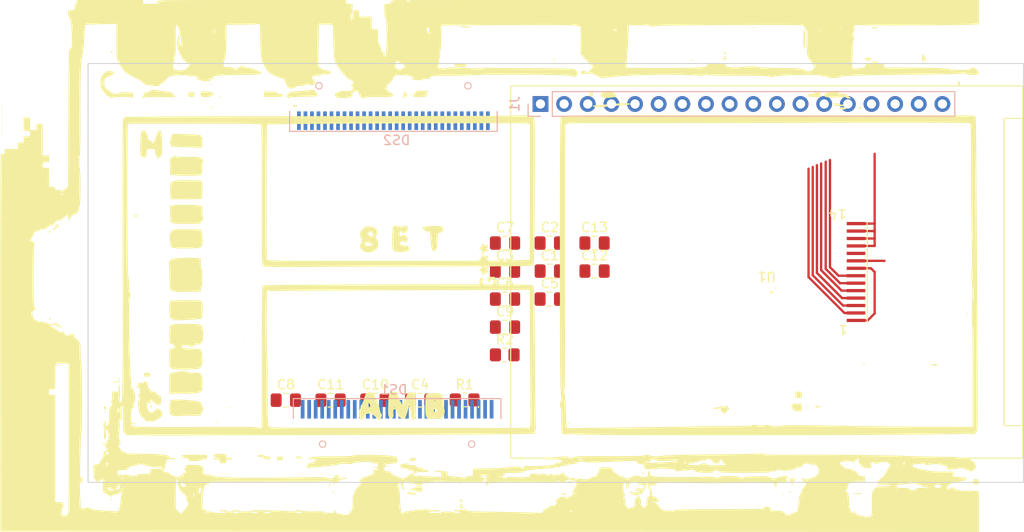
<source format=kicad_pcb>
(kicad_pcb (version 20211014) (generator pcbnew)
  (layers (0 "F.Cu" signal) (31 "B.Cu" signal) (34 "B.Paste" user) (35 "F.Paste" user) (36 "B.SilkS" user "B.Silkscreen") (37 "F.SilkS" user "F.Silkscreen") (38 "B.Mask" user) (39 "F.Mask" user) (44 "Edge.Cuts" user))
  (net 0 "")
  (net 1 "Net-(C1-Pad1)")
  (net 2 "Net-(C1-Pad2)")
  (net 3 "Net-(C2-Pad1)")
  (net 4 "Net-(C2-Pad2)")
  (net 5 "Net-(C3-Pad1)")
  (net 6 "+3V3")
  (net 7 "Net-(C7-Pad1)")
  (net 8 "Net-(C8-Pad1)")
  (net 9 "Net-(C8-Pad2)")
  (net 10 "Net-(C9-Pad1)")
  (net 11 "Net-(C9-Pad2)")
  (net 12 "Net-(C10-Pad1)")
  (net 13 "Net-(C13-Pad1)")
  (net 15 "/CS1")
  (net 16 "/RESET1")
  (net 17 "/D{slash}C")
  (net 18 "/SCK")
  (net 19 "/SDI")
  (net 21 "Net-(DS1-Pad26)")
  (net 24 "Net-(DS2-Pad26)")
  (net 25 "/CS3")
  (net 26 "/CS2")
  (net 27 "/RESET2")
  (net 28 "/SDO")
  (net 35 "GND")
  (net 36 "/RESET3")
  (footprint "Capacitor_SMD:C_0805_2012Metric_Pad1.18x1.45mm_HandSolder" (layer "F.Cu") (at 113.84 96.67)
    (fp_text reference "C8" (at 0 -1.68) (layer "F.SilkS"))
    (fp_text value "1u")
    (pad "1" smd roundrect locked (at -1.0375 0) (size 1.175 1.45) (layers "F.Cu" "F.Paste" "F.Mask") (roundrect_rratio 0.212766) (net 8 "Net-(C8-Pad1)"))
    (pad "2" smd roundrect locked (at 1.0375 0) (size 1.175 1.45) (layers "F.Cu" "F.Paste" "F.Mask") (roundrect_rratio 0.212766) (net 9 "Net-(C8-Pad2)"))
  )
  (footprint "LEDs:2.2_wvga_spi" (layer "F.Cu") (at 165.5 82.9 180)
    (fp_text reference "U1" (at 0 -0.5 180 unlocked) (layer "F.SilkS"))
    (fp_text value "2.2__WVGA_SPI_14pin")
    (fp_text user "14" (at -7.6 6.2 180 unlocked) (layer "F.SilkS"))
    (fp_text user "1" (at -8.2 -6.2 180 unlocked) (layer "F.SilkS"))
    (pad "1" smd rect (at -9.6 -5.2 180) (size 2 0.35) (layers "F.Cu" "F.Paste" "F.Mask") (net 35 "GND"))
    (pad "2" smd rect (at -9.6 -4.4 180) (size 2 0.35) (layers "F.Cu" "F.Paste" "F.Mask") (net 36 "/RESET3"))
    (pad "3" smd rect (at -9.6 -3.6 180) (size 2 0.35) (layers "F.Cu" "F.Paste" "F.Mask") (net 18 "/SCK"))
    (pad "4" smd rect (at -9.6 -2.8 180) (size 2 0.35) (layers "F.Cu" "F.Paste" "F.Mask") (net 17 "/D{slash}C"))
    (pad "5" smd rect (at -9.6 -2 180) (size 2 0.35) (layers "F.Cu" "F.Paste" "F.Mask") (net 25 "/CS3"))
    (pad "6" smd rect (at -9.6 -1.2 180) (size 2 0.35) (layers "F.Cu" "F.Paste" "F.Mask") (net 19 "/SDI"))
    (pad "7" smd rect (at -9.6 -0.4 180) (size 2 0.35) (layers "F.Cu" "F.Paste" "F.Mask") (net 28 "/SDO"))
    (pad "8" smd rect (at -9.6 0.4 180) (size 2 0.35) (layers "F.Cu" "F.Paste" "F.Mask") (net 35 "GND"))
    (pad "9" smd rect (at -9.6 1.2 180) (size 2 0.35) (layers "F.Cu" "F.Paste" "F.Mask") (net 6 "+3V3"))
    (pad "10" smd rect (at -9.6 2 180) (size 2 0.35) (layers "F.Cu" "F.Paste" "F.Mask"))
    (pad "11" smd rect (at -9.6 2.8 180) (size 2 0.35) (layers "F.Cu" "F.Paste" "F.Mask") (net 35 "GND"))
    (pad "12" smd rect (at -9.6 3.6 180) (size 2 0.35) (layers "F.Cu" "F.Paste" "F.Mask") (net 35 "GND"))
    (pad "13" smd rect (at -9.6 4.4 180) (size 2 0.35) (layers "F.Cu" "F.Paste" "F.Mask") (net 35 "GND"))
    (pad "14" smd rect (at -9.6 5.2 180) (size 2 0.35) (layers "F.Cu" "F.Paste" "F.Mask") (net 35 "GND"))
  )
  (footprint "Capacitor_SMD:C_0805_2012Metric_Pad1.18x1.45mm_HandSolder" (layer "F.Cu") (at 147.01 79.79)
    (fp_text reference "C13" (at 0 -1.68) (layer "F.SilkS"))
    (fp_text value "2.2u")
    (pad "1" smd roundrect locked (at -1.0375 0) (size 1.175 1.45) (layers "F.Cu" "F.Paste" "F.Mask") (roundrect_rratio 0.212766) (net 13 "Net-(C13-Pad1)"))
    (pad "2" smd roundrect locked (at 1.0375 0) (size 1.175 1.45) (layers "F.Cu" "F.Paste" "F.Mask") (roundrect_rratio 0.212766) (net 35 "GND"))
  )
  (footprint "Capacitor_SMD:C_0805_2012Metric_Pad1.18x1.45mm_HandSolder" (layer "F.Cu") (at 137.39 79.79)
    (fp_text reference "C7" (at 0 -1.68) (layer "F.SilkS"))
    (fp_text value "2.2u")
    (pad "1" smd roundrect locked (at -1.0375 0) (size 1.175 1.45) (layers "F.Cu" "F.Paste" "F.Mask") (roundrect_rratio 0.212766) (net 7 "Net-(C7-Pad1)"))
    (pad "2" smd roundrect locked (at 1.0375 0) (size 1.175 1.45) (layers "F.Cu" "F.Paste" "F.Mask") (roundrect_rratio 0.212766) (net 35 "GND"))
  )
  (footprint "Capacitor_SMD:C_0805_2012Metric_Pad1.18x1.45mm_HandSolder" (layer "F.Cu") (at 118.65 96.67)
    (fp_text reference "C11" (at 0 -1.68) (layer "F.SilkS"))
    (fp_text value "1u")
    (pad "1" smd roundrect locked (at -1.0375 0) (size 1.175 1.45) (layers "F.Cu" "F.Paste" "F.Mask") (roundrect_rratio 0.212766) (net 6 "+3V3"))
    (pad "2" smd roundrect locked (at 1.0375 0) (size 1.175 1.45) (layers "F.Cu" "F.Paste" "F.Mask") (roundrect_rratio 0.212766) (net 35 "GND"))
  )
  (footprint "Capacitor_SMD:C_0805_2012Metric_Pad1.18x1.45mm_HandSolder" (layer "F.Cu") (at 123.46 96.67)
    (fp_text reference "C10" (at 0 -1.68) (layer "F.SilkS"))
    (fp_text value "4.7u")
    (pad "1" smd roundrect locked (at -1.0375 0) (size 1.175 1.45) (layers "F.Cu" "F.Paste" "F.Mask") (roundrect_rratio 0.212766) (net 12 "Net-(C10-Pad1)"))
    (pad "2" smd roundrect locked (at 1.0375 0) (size 1.175 1.45) (layers "F.Cu" "F.Paste" "F.Mask") (roundrect_rratio 0.212766) (net 35 "GND"))
  )
  (footprint "Resistor_SMD:R_0805_2012Metric_Pad1.20x1.40mm_HandSolder" (layer "F.Cu") (at 137.36 91.8)
    (fp_text reference "R2" (at 0 -1.65) (layer "F.SilkS"))
    (fp_text value "390k")
    (pad "1" smd roundrect locked (at -1 0) (size 1.2 1.4) (layers "F.Cu" "F.Paste" "F.Mask") (roundrect_rratio 0.208333) (net 24 "Net-(DS2-Pad26)"))
    (pad "2" smd roundrect locked (at 1 0) (size 1.2 1.4) (layers "F.Cu" "F.Paste" "F.Mask") (roundrect_rratio 0.208333) (net 35 "GND"))
  )
  (footprint "Capacitor_SMD:C_0805_2012Metric_Pad1.18x1.45mm_HandSolder" (layer "F.Cu") (at 142.2 79.79)
    (fp_text reference "C2" (at 0 -1.68) (layer "F.SilkS"))
    (fp_text value "1u")
    (pad "1" smd roundrect locked (at -1.0375 0) (size 1.175 1.45) (layers "F.Cu" "F.Paste" "F.Mask") (roundrect_rratio 0.212766) (net 3 "Net-(C2-Pad1)"))
    (pad "2" smd roundrect locked (at 1.0375 0) (size 1.175 1.45) (layers "F.Cu" "F.Paste" "F.Mask") (roundrect_rratio 0.212766) (net 4 "Net-(C2-Pad2)"))
  )
  (footprint "Capacitor_SMD:C_0805_2012Metric_Pad1.18x1.45mm_HandSolder" (layer "F.Cu") (at 137.39 82.8)
    (fp_text reference "C3" (at 0 -1.68) (layer "F.SilkS"))
    (fp_text value "4.7u")
    (pad "1" smd roundrect locked (at -1.0375 0) (size 1.175 1.45) (layers "F.Cu" "F.Paste" "F.Mask") (roundrect_rratio 0.212766) (net 5 "Net-(C3-Pad1)"))
    (pad "2" smd roundrect locked (at 1.0375 0) (size 1.175 1.45) (layers "F.Cu" "F.Paste" "F.Mask") (roundrect_rratio 0.212766) (net 35 "GND"))
  )
  (footprint "Resistor_SMD:R_0805_2012Metric_Pad1.20x1.40mm_HandSolder" (layer "F.Cu") (at 133.05 96.64)
    (fp_text reference "R1" (at 0 -1.65) (layer "F.SilkS"))
    (fp_text value "390k")
    (pad "1" smd roundrect locked (at -1 0) (size 1.2 1.4) (layers "F.Cu" "F.Paste" "F.Mask") (roundrect_rratio 0.208333) (net 21 "Net-(DS1-Pad26)"))
    (pad "2" smd roundrect locked (at 1 0) (size 1.2 1.4) (layers "F.Cu" "F.Paste" "F.Mask") (roundrect_rratio 0.208333) (net 35 "GND"))
  )
  (footprint "Capacitor_SMD:C_0805_2012Metric_Pad1.18x1.45mm_HandSolder" (layer "F.Cu") (at 147.01 82.8)
    (fp_text reference "C12" (at 0 -1.68) (layer "F.SilkS"))
    (fp_text value "1u")
    (pad "1" smd roundrect locked (at -1.0375 0) (size 1.175 1.45) (layers "F.Cu" "F.Paste" "F.Mask") (roundrect_rratio 0.212766) (net 6 "+3V3"))
    (pad "2" smd roundrect locked (at 1.0375 0) (size 1.175 1.45) (layers "F.Cu" "F.Paste" "F.Mask") (roundrect_rratio 0.212766) (net 35 "GND"))
  )
  (footprint "Capacitor_SMD:C_0805_2012Metric_Pad1.18x1.45mm_HandSolder" (layer "F.Cu") (at 137.39 85.81)
    (fp_text reference "C6" (at 0 -1.68) (layer "F.SilkS"))
    (fp_text value "1u")
    (pad "1" smd roundrect locked (at -1.0375 0) (size 1.175 1.45) (layers "F.Cu" "F.Paste" "F.Mask") (roundrect_rratio 0.212766) (net 6 "+3V3"))
    (pad "2" smd roundrect locked (at 1.0375 0) (size 1.175 1.45) (layers "F.Cu" "F.Paste" "F.Mask") (roundrect_rratio 0.212766) (net 35 "GND"))
  )
  (footprint "Personal:hvac overlay" (layer "F.Cu") (at 135.636 82.296 -90)
    (fp_text reference "G***" (at 0 0 90) (layer "F.SilkS") (effects (font (size 1.524 1.524) (thickness 0.3))))
    (fp_text value "LOGO" hide)
  )
  (footprint "Capacitor_SMD:C_0805_2012Metric_Pad1.18x1.45mm_HandSolder" (layer "F.Cu") (at 128.27 96.67)
    (fp_text reference "C4" (at 0 -1.68) (layer "F.SilkS"))
    (fp_text value "100n")
    (pad "1" smd roundrect locked (at -1.0375 0) (size 1.175 1.45) (layers "F.Cu" "F.Paste" "F.Mask") (roundrect_rratio 0.212766) (net 6 "+3V3"))
    (pad "2" smd roundrect locked (at 1.0375 0) (size 1.175 1.45) (layers "F.Cu" "F.Paste" "F.Mask") (roundrect_rratio 0.212766) (net 35 "GND"))
  )
  (footprint "Capacitor_SMD:C_0805_2012Metric_Pad1.18x1.45mm_HandSolder" (layer "F.Cu") (at 137.39 88.82)
    (fp_text reference "C9" (at 0 -1.68) (layer "F.SilkS"))
    (fp_text value "1u")
    (pad "1" smd roundrect locked (at -1.0375 0) (size 1.175 1.45) (layers "F.Cu" "F.Paste" "F.Mask") (roundrect_rratio 0.212766) (net 10 "Net-(C9-Pad1)"))
    (pad "2" smd roundrect locked (at 1.0375 0) (size 1.175 1.45) (layers "F.Cu" "F.Paste" "F.Mask") (roundrect_rratio 0.212766) (net 11 "Net-(C9-Pad2)"))
  )
  (footprint "Capacitor_SMD:C_0805_2012Metric_Pad1.18x1.45mm_HandSolder" (layer "F.Cu") (at 142.2 82.8)
    (fp_text reference "C1" (at 0 -1.68) (layer "F.SilkS"))
    (fp_text value "1u")
    (pad "1" smd roundrect locked (at -1.0375 0) (size 1.175 1.45) (layers "F.Cu" "F.Paste" "F.Mask") (roundrect_rratio 0.212766) (net 1 "Net-(C1-Pad1)"))
    (pad "2" smd roundrect locked (at 1.0375 0) (size 1.175 1.45) (layers "F.Cu" "F.Paste" "F.Mask") (roundrect_rratio 0.212766) (net 2 "Net-(C1-Pad2)"))
  )
  (footprint "Capacitor_SMD:C_0805_2012Metric_Pad1.18x1.45mm_HandSolder" (layer "F.Cu") (at 142.2 85.81)
    (fp_text reference "C5" (at 0 -1.68) (layer "F.SilkS"))
    (fp_text value "1u")
    (pad "1" smd roundrect locked (at -1.0375 0) (size 1.175 1.45) (layers "F.Cu" "F.Paste" "F.Mask") (roundrect_rratio 0.212766) (net 6 "+3V3"))
    (pad "2" smd roundrect locked (at 1.0375 0) (size 1.175 1.45) (layers "F.Cu" "F.Paste" "F.Mask") (roundrect_rratio 0.212766) (net 35 "GND"))
  )
  (footprint "Display:OLED-128O064D" (layer "B.Cu") (at 125.8 97.645)
    (fp_text reference "DS1" (at -0.35 -2.1) (layer "B.SilkS") (effects (justify mirror)))
    (fp_text value "OLED-128O064D")
    (pad "1" smd rect locked (at -10.15 0) (size 0.4 2) (layers "B.Cu" "B.Paste" "B.Mask") (net 35 "GND"))
    (pad "2" smd rect locked (at -9.45 0) (size 0.4 2) (layers "B.Cu" "B.Paste" "B.Mask") (net 1 "Net-(C1-Pad1)"))
    (pad "3" smd rect locked (at -8.75 0) (size 0.4 2) (layers "B.Cu" "B.Paste" "B.Mask") (net 2 "Net-(C1-Pad2)"))
    (pad "4" smd rect locked (at -8.05 0) (size 0.4 2) (layers "B.Cu" "B.Paste" "B.Mask") (net 3 "Net-(C2-Pad1)"))
    (pad "5" smd rect locked (at -7.35 0) (size 0.4 2) (layers "B.Cu" "B.Paste" "B.Mask") (net 4 "Net-(C2-Pad2)"))
    (pad "6" smd rect locked (at -6.65 0) (size 0.4 2) (layers "B.Cu" "B.Paste" "B.Mask") (net 6 "+3V3"))
    (pad "7" smd rect locked (at -5.95 0) (size 0.4 2) (layers "B.Cu" "B.Paste" "B.Mask"))
    (pad "8" smd rect locked (at -5.25 0) (size 0.4 2) (layers "B.Cu" "B.Paste" "B.Mask") (net 35 "GND"))
    (pad "9" smd rect locked (at -4.55 0) (size 0.4 2) (layers "B.Cu" "B.Paste" "B.Mask") (net 6 "+3V3"))
    (pad "10" smd rect locked (at -3.85 0) (size 0.4 2) (layers "B.Cu" "B.Paste" "B.Mask") (net 35 "GND"))
    (pad "11" smd rect locked (at -3.15 0) (size 0.4 2) (layers "B.Cu" "B.Paste" "B.Mask") (net 35 "GND"))
    (pad "12" smd rect locked (at -2.45 0) (size 0.4 2) (layers "B.Cu" "B.Paste" "B.Mask") (net 35 "GND"))
    (pad "13" smd rect locked (at -1.75 0) (size 0.4 2) (layers "B.Cu" "B.Paste" "B.Mask") (net 15 "/CS1"))
    (pad "14" smd rect locked (at -1.05 0) (size 0.4 2) (layers "B.Cu" "B.Paste" "B.Mask") (net 16 "/RESET1"))
    (pad "15" smd rect locked (at -0.35 0) (size 0.4 2) (layers "B.Cu" "B.Paste" "B.Mask") (net 17 "/D{slash}C"))
    (pad "16" smd rect locked (at 0.35 0) (size 0.4 2) (layers "B.Cu" "B.Paste" "B.Mask") (net 35 "GND"))
    (pad "17" smd rect locked (at 1.05 0) (size 0.4 2) (layers "B.Cu" "B.Paste" "B.Mask") (net 35 "GND"))
    (pad "18" smd rect locked (at 1.75 0) (size 0.4 2) (layers "B.Cu" "B.Paste" "B.Mask") (net 18 "/SCK"))
    (pad "19" smd rect locked (at 2.45 0) (size 0.4 2) (layers "B.Cu" "B.Paste" "B.Mask") (net 19 "/SDI"))
    (pad "20" smd rect locked (at 3.15 0) (size 0.4 2) (layers "B.Cu" "B.Paste" "B.Mask"))
    (pad "21" smd rect locked (at 3.85 0) (size 0.4 2) (layers "B.Cu" "B.Paste" "B.Mask") (net 35 "GND"))
    (pad "22" smd rect locked (at 4.55 0) (size 0.4 2) (layers "B.Cu" "B.Paste" "B.Mask") (net 35 "GND"))
    (pad "23" smd rect locked (at 5.25 0) (size 0.4 2) (layers "B.Cu" "B.Paste" "B.Mask") (net 35 "GND"))
    (pad "24" smd rect locked (at 5.95 0) (size 0.4 2) (layers "B.Cu" "B.Paste" "B.Mask") (net 35 "GND"))
    (pad "25" smd rect locked (at 6.65 0) (size 0.4 2) (layers "B.Cu" "B.Paste" "B.Mask") (net 35 "GND"))
    (pad "26" smd rect locked (at 7.35 0) (size 0.4 2) (layers "B.Cu" "B.Paste" "B.Mask") (net 21 "Net-(DS1-Pad26)"))
    (pad "27" smd rect locked (at 8.05 0) (size 0.4 2) (layers "B.Cu" "B.Paste" "B.Mask") (net 5 "Net-(C3-Pad1)"))
    (pad "28" smd rect locked (at 8.75 0) (size 0.4 2) (layers "B.Cu" "B.Paste" "B.Mask") (net 7 "Net-(C7-Pad1)"))
    (pad "29" smd rect locked (at 9.45 0) (size 0.4 2) (layers "B.Cu" "B.Paste" "B.Mask") (net 35 "GND"))
    (pad "30" smd rect locked (at 10.15 0) (size 0.4 2) (layers "B.Cu" "B.Paste" "B.Mask") (net 35 "GND"))
  )
  (footprint "Connector_PinSocket_2.54mm:PinSocket_1x18_P2.54mm_Vertical" (layer "B.Cu") (at 141.2 64.85 -90)
    (fp_text reference "J1" (at 0 2.77 90) (layer "B.SilkS") (effects (justify mirror)))
    (fp_text value "Conn_01x18")
    (pad "1" thru_hole rect locked (at 0 0 270) (size 1.7 1.7) (drill 1) (layers *.Cu *.Mask) (net 35 "GND"))
    (pad "2" thru_hole oval locked (at 0 -2.54 270) (size 1.7 1.7) (drill 1) (layers *.Cu *.Mask) (net 6 "+3V3"))
    (pad "3" thru_hole oval locked (at 0 -5.08 270) (size 1.7 1.7) (drill 1) (layers *.Cu *.Mask) (net 18 "/SCK"))
    (pad "4" thru_hole oval locked (at 0 -7.62 270) (size 1.7 1.7) (drill 1) (layers *.Cu *.Mask) (net 19 "/SDI"))
    (pad "5" thru_hole oval locked (at 0 -10.16 270) (size 1.7 1.7) (drill 1) (layers *.Cu *.Mask) (net 28 "/SDO"))
    (pad "6" thru_hole oval locked (at 0 -12.7 270) (size 1.7 1.7) (drill 1) (layers *.Cu *.Mask) (net 17 "/D{slash}C"))
    (pad "7" thru_hole oval locked (at 0 -15.24 270) (size 1.7 1.7) (drill 1) (layers *.Cu *.Mask))
    (pad "8" thru_hole oval locked (at 0 -17.78 270) (size 1.7 1.7) (drill 1) (layers *.Cu *.Mask) (net 25 "/CS3"))
    (pad "9" thru_hole oval locked (at 0 -20.32 270) (size 1.7 1.7) (drill 1) (layers *.Cu *.Mask) (net 26 "/CS2"))
    (pad "10" thru_hole oval locked (at 0 -22.86 270) (size 1.7 1.7) (drill 1) (layers *.Cu *.Mask) (net 15 "/CS1"))
    (pad "11" thru_hole oval locked (at 0 -25.4 270) (size 1.7 1.7) (drill 1) (layers *.Cu *.Mask) (net 36 "/RESET3"))
    (pad "12" thru_hole oval locked (at 0 -27.94 270) (size 1.7 1.7) (drill 1) (layers *.Cu *.Mask) (net 27 "/RESET2"))
    (pad "13" thru_hole oval locked (at 0 -30.48 270) (size 1.7 1.7) (drill 1) (layers *.Cu *.Mask) (net 16 "/RESET1"))
    (pad "14" thru_hole oval locked (at 0 -33.02 270) (size 1.7 1.7) (drill 1) (layers *.Cu *.Mask))
    (pad "15" thru_hole oval locked (at 0 -35.56 270) (size 1.7 1.7) (drill 1) (layers *.Cu *.Mask))
    (pad "16" thru_hole oval locked (at 0 -38.1 270) (size 1.7 1.7) (drill 1) (layers *.Cu *.Mask))
    (pad "17" thru_hole oval locked (at 0 -40.64 270) (size 1.7 1.7) (drill 1) (layers *.Cu *.Mask))
    (pad "18" thru_hole oval locked (at 0 -43.18 270) (size 1.7 1.7) (drill 1) (layers *.Cu *.Mask) (net 35 "GND"))
  )
  (footprint "Display:OLED-128O064D" (layer "B.Cu") (at 125.4 66.645 180)
    (fp_text reference "DS2" (at -0.35 -2.1) (layer "B.SilkS") (effects (justify mirror)))
    (fp_text value "OLED-128O064D")
    (pad "1" smd rect locked (at -10.15 0 180) (size 0.4 2) (layers "B.Cu" "B.Paste" "B.Mask") (net 35 "GND"))
    (pad "2" smd rect locked (at -9.45 0 180) (size 0.4 2) (layers "B.Cu" "B.Paste" "B.Mask") (net 8 "Net-(C8-Pad1)"))
    (pad "3" smd rect locked (at -8.75 0 180) (size 0.4 2) (layers "B.Cu" "B.Paste" "B.Mask") (net 9 "Net-(C8-Pad2)"))
    (pad "4" smd rect locked (at -8.05 0 180) (size 0.4 2) (layers "B.Cu" "B.Paste" "B.Mask") (net 10 "Net-(C9-Pad1)"))
    (pad "5" smd rect locked (at -7.35 0 180) (size 0.4 2) (layers "B.Cu" "B.Paste" "B.Mask") (net 11 "Net-(C9-Pad2)"))
    (pad "6" smd rect locked (at -6.65 0 180) (size 0.4 2) (layers "B.Cu" "B.Paste" "B.Mask") (net 6 "+3V3"))
    (pad "7" smd rect locked (at -5.95 0 180) (size 0.4 2) (layers "B.Cu" "B.Paste" "B.Mask"))
    (pad "8" smd rect locked (at -5.25 0 180) (size 0.4 2) (layers "B.Cu" "B.Paste" "B.Mask") (net 35 "GND"))
    (pad "9" smd rect locked (at -4.55 0 180) (size 0.4 2) (layers "B.Cu" "B.Paste" "B.Mask") (net 6 "+3V3"))
    (pad "10" smd rect locked (at -3.85 0 180) (size 0.4 2) (layers "B.Cu" "B.Paste" "B.Mask") (net 35 "GND"))
    (pad "11" smd rect locked (at -3.15 0 180) (size 0.4 2) (layers "B.Cu" "B.Paste" "B.Mask") (net 35 "GND"))
    (pad "12" smd rect locked (at -2.45 0 180) (size 0.4 2) (layers "B.Cu" "B.Paste" "B.Mask") (net 35 "GND"))
    (pad "13" smd rect locked (at -1.75 0 180) (size 0.4 2) (layers "B.Cu" "B.Paste" "B.Mask") (net 26 "/CS2"))
    (pad "14" smd rect locked (at -1.05 0 180) (size 0.4 2) (layers "B.Cu" "B.Paste" "B.Mask") (net 27 "/RESET2"))
    (pad "15" smd rect locked (at -0.35 0 180) (size 0.4 2) (layers "B.Cu" "B.Paste" "B.Mask") (net 17 "/D{slash}C"))
    (pad "16" smd rect locked (at 0.35 0 180) (size 0.4 2) (layers "B.Cu" "B.Paste" "B.Mask") (net 35 "GND"))
    (pad "17" smd rect locked (at 1.05 0 180) (size 0.4 2) (layers "B.Cu" "B.Paste" "B.Mask") (net 35 "GND"))
    (pad "18" smd rect locked (at 1.75 0 180) (size 0.4 2) (layers "B.Cu" "B.Paste" "B.Mask") (net 18 "/SCK"))
    (pad "19" smd rect locked (at 2.45 0 180) (size 0.4 2) (layers "B.Cu" "B.Paste" "B.Mask") (net 19 "/SDI"))
    (pad "20" smd rect locked (at 3.15 0 180) (size 0.4 2) (layers "B.Cu" "B.Paste" "B.Mask"))
    (pad "21" smd rect locked (at 3.85 0 180) (size 0.4 2) (layers "B.Cu" "B.Paste" "B.Mask") (net 35 "GND"))
    (pad "22" smd rect locked (at 4.55 0 180) (size 0.4 2) (layers "B.Cu" "B.Paste" "B.Mask") (net 35 "GND"))
    (pad "23" smd rect locked (at 5.25 0 180) (size 0.4 2) (layers "B.Cu" "B.Paste" "B.Mask") (net 35 "GND"))
    (pad "24" smd rect locked (at 5.95 0 180) (size 0.4 2) (layers "B.Cu" "B.Paste" "B.Mask") (net 35 "GND"))
    (pad "25" smd rect locked (at 6.65 0 180) (size 0.4 2) (layers "B.Cu" "B.Paste" "B.Mask") (net 35 "GND"))
    (pad "26" smd rect locked (at 7.35 0 180) (size 0.4 2) (layers "B.Cu" "B.Paste" "B.Mask") (net 24 "Net-(DS2-Pad26)"))
    (pad "27" smd rect locked (at 8.05 0 180) (size 0.4 2) (layers "B.Cu" "B.Paste" "B.Mask") (net 12 "Net-(C10-Pad1)"))
    (pad "28" smd rect locked (at 8.75 0 180) (size 0.4 2) (layers "B.Cu" "B.Paste" "B.Mask") (net 13 "Net-(C13-Pad1)"))
    (pad "29" smd rect locked (at 9.45 0 180) (size 0.4 2) (layers "B.Cu" "B.Paste" "B.Mask") (net 35 "GND"))
    (pad "30" smd rect locked (at 10.15 0 180) (size 0.4 2) (layers "B.Cu" "B.Paste" "B.Mask") (net 35 "GND"))
  )
  (gr_rect (start 92.6 60.5) (end 193.1 105.5) (layer "Edge.Cuts") (width 0.1) (fill none))
  (segment (start 175.1 81.7) (end 178.1625 81.7) (width 0.25) (layer "F.Cu") (net 6))
  (segment (start 170.89904 82.99904) (end 170.89904 71.427604) (width 0.25) (layer "F.Cu") (net 17))
  (segment (start 175.1 85.7) (end 173.6 85.7) (width 0.25) (layer "F.Cu") (net 17))
  (segment (start 173.6 85.7) (end 170.89904 82.99904) (width 0.25) (layer "F.Cu") (net 17))
  (segment (start 170.44952 71.613803) (end 170.44952 83.24952) (width 0.25) (layer "F.Cu") (net 18))
  (segment (start 173.7 86.5) (end 175.1 86.5) (width 0.25) (layer "F.Cu") (net 18))
  (segment (start 170.44952 83.24952) (end 173.7 86.5) (width 0.25) (layer "F.Cu") (net 18))
  (segment (start 171.842139 82.557861) (end 173.384278 84.1) (width 0.25) (layer "F.Cu") (net 19))
  (segment (start 171.842139 71.042139) (end 171.842139 82.557861) (width 0.25) (layer "F.Cu") (net 19))
  (segment (start 173.384278 84.1) (end 175.1 84.1) (width 0.25) (layer "F.Cu") (net 19))
  (segment (start 173.54856 84.9) (end 175.1 84.9) (width 0.25) (layer "F.Cu") (net 25))
  (segment (start 171.34856 82.7) (end 173.54856 84.9) (width 0.25) (layer "F.Cu") (net 25))
  (segment (start 171.34856 71.241407) (end 171.34856 82.7) (width 0.25) (layer "F.Cu") (net 25))
  (segment (start 172.3 82.380004) (end 173.219996 83.3) (width 0.25) (layer "F.Cu") (net 28))
  (segment (start 172.3 70.864282) (end 172.3 82.380004) (width 0.25) (layer "F.Cu") (net 28))
  (segment (start 173.219996 83.3) (end 175.1 83.3) (width 0.25) (layer "F.Cu") (net 28))
  (segment (start 175.1 79.3) (end 177.1 79.3) (width 0.25) (layer "F.Cu") (net 35))
  (segment (start 177.1 87.35) (end 177.1 82.9) (width 0.25) (layer "F.Cu") (net 35))
  (segment (start 175.1 80.1) (end 177.1 80.1) (width 0.25) (layer "F.Cu") (net 35))
  (segment (start 177.1 78.3) (end 177.1 78.6) (width 0.25) (layer "F.Cu") (net 35))
  (segment (start 177.1 70.2) (end 177.1 77.7) (width 0.25) (layer "F.Cu") (net 35))
  (segment (start 175.1 78.5) (end 177 78.5) (width 0.25) (layer "F.Cu") (net 35))
  (segment (start 177.1 79.3) (end 177.1 80.1) (width 0.25) (layer "F.Cu") (net 35))
  (segment (start 175.1 77.7) (end 177.1 77.7) (width 0.25) (layer "F.Cu") (net 35))
  (segment (start 175.1 82.5) (end 176.7 82.5) (width 0.25) (layer "F.Cu") (net 35))
  (segment (start 177.1 77.7) (end 177.1 78.3) (width 0.25) (layer "F.Cu") (net 35))
  (segment (start 176.7 82.5) (end 177.1 82.9) (width 0.25) (layer "F.Cu") (net 35))
  (segment (start 177.1 78.6) (end 177.1 79.3) (width 0.25) (layer "F.Cu") (net 35))
  (segment (start 177 78.5) (end 177.1 78.6) (width 0.25) (layer "F.Cu") (net 35))
  (segment (start 176.35 88.1) (end 177.1 87.35) (width 0.25) (layer "F.Cu") (net 35))
  (segment (start 175.1 77.7) (end 176.5 77.7) (width 0.25) (layer "F.Cu") (net 35))
  (segment (start 175.1 88.1) (end 176.35 88.1) (width 0.25) (layer "F.Cu") (net 35))
  (segment (start 170 71.8) (end 170 83.45) (width 0.25) (layer "F.Cu") (net 36))
  (segment (start 170 83.45) (end 173.85 87.3) (width 0.25) (layer "F.Cu") (net 36))
  (segment (start 173.85 87.3) (end 175.1 87.3) (width 0.25) (layer "F.Cu") (net 36))
)
</source>
